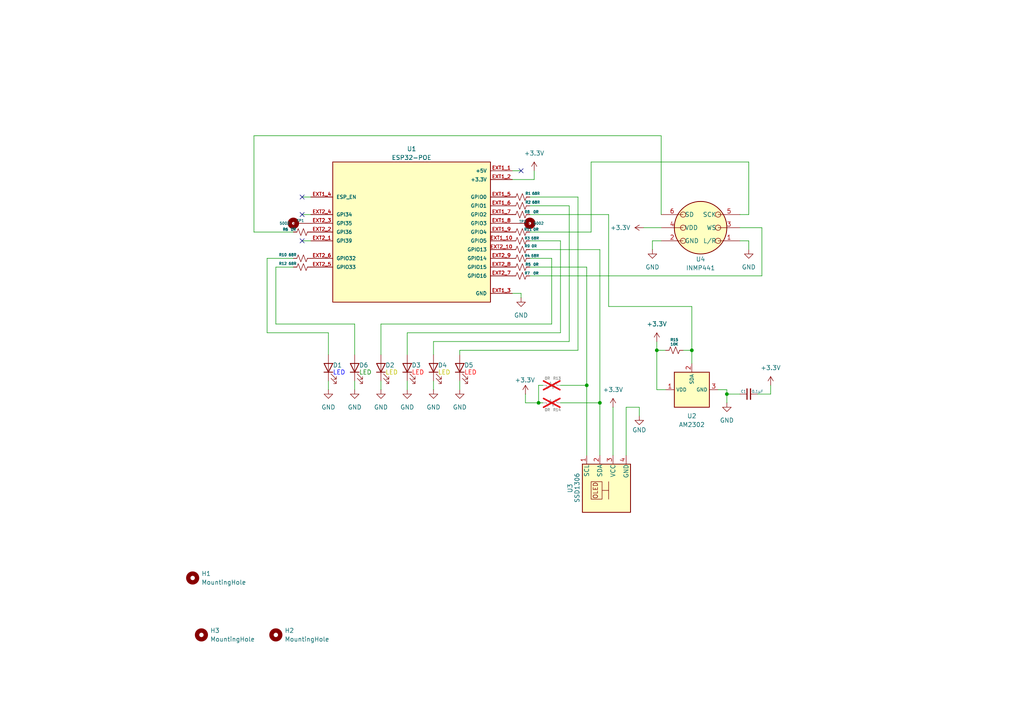
<source format=kicad_sch>
(kicad_sch (version 20250114) (generator "eeschema") (generator_version "9.0")
  (paper "A4")
  (lib_symbols
    (symbol "Custom_Parts:5002" (pin_names (offset 1.016))
      (property "Reference" "TP" (at 1.016 -0.762 0))
      (property "Value" "5002" (at 4.318 -0.508 0))
      (symbol "5002_0_0"
        (circle (center 0 0) (radius 0.381) (stroke (width 1.27)))
      )
      (symbol "5002_1_0"
        (pin passive line (at -5.08 0 0) (length 5.08) (name "~") (number "TP"))
      )
    )
    (symbol "Custom_Parts:ESP32-POE" (pin_names (offset 1.016))
      (property "Reference" "U1" (at 0 25.4 0))
      (property "Value" "ESP32-POE" (at 0 22.86 0))
      (symbol "ESP32-POE_0_0"
        (rectangle (start -22.86 20.32) (end 22.86 -20.32) (stroke (width 0.254)) (fill (type background)))
        (pin input line (at -29.21 10.16 0) (length 6.35) (name "ESP_EN") (number "EXT1_4"))
        (pin input line (at -29.21 2.54 0) (length 6.35) (name "GPI35") (number "EXT2_3"))
        (pin input line (at -29.21 -2.54 0) (length 6.35) (name "GPI39") (number "EXT2_1"))
        (pin bidirectional line (at -29.21 -7.62 0) (length 6.35) (name "GPIO32") (number "EXT2_6"))
        (pin bidirectional line (at -29.21 -10.16 0) (length 6.35) (name "GPIO33") (number "EXT2_5"))
        (pin power_in line (at 29.21 17.78 180) (length 6.35) (name "+5V") (number "EXT1_1"))
        (pin power_in line (at 29.21 15.24 180) (length 6.35) (name "+3.3V") (number "EXT1_2"))
        (pin power_in line (at 29.21 -17.78 180) (length 6.35) (name "GND") (number "EXT1_3"))
      )
      (symbol "ESP32-POE_1_0"
        (pin input line (at -29.21 5.08 0) (length 6.35) (name "GPI34") (number "EXT2_4"))
        (pin input line (at -29.21 0 0) (length 6.35) (name "GPI36") (number "EXT2_2"))
        (pin bidirectional line (at 29.21 10.16 180) (length 6.35) (name "GPIO0") (number "EXT1_5"))
        (pin bidirectional line (at 29.21 7.62 180) (length 6.35) (name "GPIO1") (number "EXT1_6"))
        (pin bidirectional line (at 29.21 5.08 180) (length 6.35) (name "GPIO2") (number "EXT1_7"))
        (pin bidirectional line (at 29.21 2.54 180) (length 6.35) (name "GPIO3") (number "EXT1_8"))
        (pin bidirectional line (at 29.21 0 180) (length 6.35) (name "GPIO4") (number "EXT1_9"))
        (pin bidirectional line (at 29.21 -2.54 180) (length 6.35) (name "GPIO5") (number "EXT1_10"))
        (pin bidirectional line (at 29.21 -5.08 180) (length 6.35) (name "GPIO13") (number "EXT2_10"))
        (pin bidirectional line (at 29.21 -7.62 180) (length 6.35) (name "GPIO14") (number "EXT2_9"))
        (pin bidirectional line (at 29.21 -10.16 180) (length 6.35) (name "GPIO15") (number "EXT2_8"))
        (pin bidirectional line (at 29.21 -12.7 180) (length 6.35) (name "GPIO16") (number "EXT2_7"))
      )
    )
    (symbol "Custom_Parts:INMP441"
      (property "Reference" "U" (at 0 0 0))
      (property "Value" "INMP441" (at 0 0 0))
      (symbol "INMP441_0_1"
        (circle (center -3.81 5.08) (radius 0.762))
        (circle (center -3.81 -5.08) (radius 0.762))
        (circle (center 0 5.08) (radius 0.762))
        (circle (center 0 0) (radius 7.62) (stroke (width 0.254)) (fill (type background)))
        (circle (center 0 -5.08) (radius 0.762))
        (circle (center 3.81 5.08) (radius 0.762))
        (circle (center 3.81 -5.08) (radius 0.762))
      )
      (symbol "INMP441_1_1"
        (pin power_in line (at -3.81 11.43 270) (length 6.35) (name "GND") (number "2"))
        (pin power_in line (at -3.81 -11.43 90) (length 6.35) (name "L/R") (number "1"))
        (pin power_in line (at 0 11.43 270) (length 6.35) (name "VDD") (number "4"))
        (pin input line (at 0 -11.43 90) (length 6.35) (name "WS") (number "3"))
        (pin input line (at 3.81 11.43 270) (length 6.35) (name "SD") (number "6"))
        (pin input line (at 3.81 -11.43 90) (length 6.35) (name "SCK") (number "5"))
      )
    )
    (symbol "Custom_Parts:SSD1306" (pin_names (offset 0.0254))
      (property "Reference" "U" (at -1.27 -7.62 0))
      (property "Value" "SSD1306" (at -0.508 -9.398 0))
      (symbol "SSD1306_0_0"
        (rectangle (start -7.62 7.62) (end 6.35 -6.35) (stroke (width 0.254)) (fill (type background)))
      )
      (symbol "SSD1306_0_1"
        (polyline (pts (xy -1.27 0) (xy 0.635 0) (xy 0.635 2.54) (xy 3.81 2.54) (xy 3.81 -2.54) (xy 0.635 -2.54) (xy 0.635 0)))
        (polyline (pts (xy -1.27 -2.54) (xy -1.27 2.54)))
      )
      (symbol "SSD1306_1_1"
        (text "OLED" (at 2.54 0 900) (effects (font (size 1.27 1.27))))
        (pin power_in line (at -6.35 10.16 270) (length 2.54) (name "GND") (number "4"))
        (pin power_in line (at -2.54 10.16 270) (length 2.54) (name "VCC") (number "3"))
        (pin input line (at 1.27 10.16 270) (length 2.54) (name "SDA") (number "2"))
        (pin input line (at 5.08 10.16 270) (length 2.54) (name "SCL") (number "1"))
      )
    )
    (symbol "Device:C_Small" (pin_numbers (hide yes)) (pin_names (offset 0.254) (hide yes))
      (property "Reference" "C" (at 0.254 1.778 0))
      (property "Value" "C_Small" (at 0.254 -2.032 0))
      (symbol "C_Small_0_1"
        (polyline (pts (xy -1.524 0.508) (xy 1.524 0.508)) (stroke (width 0.3048)))
        (polyline (pts (xy -1.524 -0.508) (xy 1.524 -0.508)) (stroke (width 0.3302)))
      )
      (symbol "C_Small_1_1"
        (pin passive line (at 0 2.54 270) (length 2.032) (name "~") (number "1"))
        (pin passive line (at 0 -2.54 90) (length 2.032) (name "~") (number "2"))
      )
    )
    (symbol "Device:LED" (pin_numbers (hide yes)) (pin_names (offset 1.016) (hide yes))
      (property "Reference" "D" (at 0 2.54 0))
      (property "Value" "LED" (at 0 -2.54 0))
      (symbol "LED_0_1"
        (polyline (pts (xy -3.048 -0.762) (xy -4.572 -2.286) (xy -3.81 -2.286) (xy -4.572 -2.286) (xy -4.572 -1.524)))
        (polyline (pts (xy -1.778 -0.762) (xy -3.302 -2.286) (xy -2.54 -2.286) (xy -3.302 -2.286) (xy -3.302 -1.524)))
        (polyline (pts (xy -1.27 0) (xy 1.27 0)))
        (polyline (pts (xy -1.27 -1.27) (xy -1.27 1.27)) (stroke (width 0.254)))
        (polyline (pts (xy 1.27 -1.27) (xy 1.27 1.27) (xy -1.27 0) (xy 1.27 -1.27)) (stroke (width 0.254)))
      )
      (symbol "LED_1_1"
        (pin passive line (at -3.81 0 0) (length 2.54) (name "C") (number "C"))
        (pin passive line (at 3.81 0 180) (length 2.54) (name "A") (number "A"))
      )
    )
    (symbol "Device:R_Small_US" (pin_numbers (hide yes)) (pin_names (offset 0.254) (hide yes))
      (property "Reference" "R" (at -1.27 1.778 0))
      (property "Value" "R_Small_US" (at 0 1.778 0))
      (symbol "R_Small_US_1_1"
        (polyline (pts (xy 0 0) (xy -0.381 -1.016) (xy -0.762 0) (xy -1.143 1.016) (xy -1.524 0)))
        (polyline (pts (xy 1.524 0) (xy 1.143 -1.016) (xy 0.762 0) (xy 0.381 1.016) (xy 0 0)))
        (pin passive line (at -2.54 0 0) (length 1.016) (name "~") (number "2"))
        (pin passive line (at 2.54 0 180) (length 1.016) (name "~") (number "1"))
      )
    )
    (symbol "Mechanical:MountingHole" (pin_names (offset 1.016)) (in_bom no)
      (property "Reference" "H" (at 0 5.08 0))
      (property "Value" "MountingHole" (at 0 3.175 0))
      (symbol "MountingHole_0_1"
        (circle (center 0 0) (radius 1.27) (stroke (width 1.27)))
      )
    )
    (symbol "Sensor:AM2302"
      (property "Reference" "U" (at -3.81 6.35 0))
      (property "Value" "AM2302" (at 3.81 6.35 0))
      (symbol "AM2302_0_1"
        (rectangle (start -5.08 5.08) (end 5.08 -5.08) (stroke (width 0.254)) (fill (type background)))
      )
      (symbol "AM2302_1_1"
        (pin power_in line (at 0 7.62 270) (length 2.54) (name "VDD") (number "1"))
        (pin power_in line (at 0 -7.62 90) (length 2.54) (name "GND") (number "3"))
        (pin passive line (at 0 -7.62 90) (length 2.54) (hide yes) (name "GND") (number "4"))
        (pin bidirectional line (at 7.62 0 180) (length 2.54) (name "SDA") (number "2"))
      )
    )
    (symbol "power:+3.3V" (power) (pin_numbers (hide yes)) (pin_names (offset 0) (hide yes))
      (property "Value" "+3.3V" (at 0 3.556 0))
      (symbol "+3.3V_0_1"
        (polyline (pts (xy -0.762 1.27) (xy 0 2.54)))
        (polyline (pts (xy 0 2.54) (xy 0.762 1.27)))
        (polyline (pts (xy 0 0) (xy 0 2.54)))
      )
      (symbol "+3.3V_1_1"
        (pin power_in line (at 0 0 90) (length 0) (name "~") (number "1"))
      )
    )
    (symbol "power:GND" (power) (pin_numbers (hide yes)) (pin_names (offset 0) (hide yes))
      (property "Value" "GND" (at 0 -3.81 0))
      (symbol "GND_0_1"
        (polyline (pts (xy 0 0) (xy 0 -1.27) (xy 1.27 -1.27) (xy 0 -2.54) (xy -1.27 -1.27) (xy 0 -1.27)))
      )
      (symbol "GND_1_1"
        (pin power_in line (at 0 0 270) (length 0) (name "~") (number "1"))
      )
    )
  )
  (junction (at 170.18 111.76))
  (junction (at 210.82 114.3))
  (junction (at 200.66 101.6))
  (junction (at 173.99 116.84))
  (junction (at 156.21 116.84))
  (junction (at 190.5 101.6))
  (no_connect (at 87.63 57.15))
  (no_connect (at 87.63 69.85))
  (no_connect (at 151.13 49.53))
  (no_connect (at 87.63 62.23))
  (wire (pts (xy 156.21 116.84) (xy 157.48 116.84)))
  (wire (pts (xy 189.23 69.85) (xy 189.23 72.39)))
  (wire (pts (xy 133.35 110.49) (xy 133.35 113.03)))
  (wire (pts (xy 173.99 72.39) (xy 173.99 116.84)))
  (wire (pts (xy 157.48 111.76) (xy 156.21 111.76)))
  (wire (pts (xy 220.98 66.04) (xy 214.63 66.04)))
  (wire (pts (xy 191.77 66.04) (xy 186.69 66.04)))
  (wire (pts (xy 80.01 77.47) (xy 80.01 93.98)))
  (wire (pts (xy 167.64 57.15) (xy 167.64 101.6)))
  (wire (pts (xy 200.66 88.9) (xy 200.66 101.6)))
  (wire (pts (xy 217.17 69.85) (xy 217.17 72.39)))
  (wire (pts (xy 210.82 113.03) (xy 210.82 114.3)))
  (wire (pts (xy 118.11 110.49) (xy 118.11 113.03)))
  (wire (pts (xy 153.67 62.23) (xy 176.53 62.23)))
  (wire (pts (xy 148.59 52.07) (xy 154.94 52.07)))
  (wire (pts (xy 153.67 69.85) (xy 162.56 69.85)))
  (wire (pts (xy 85.09 77.47) (xy 80.01 77.47)))
  (wire (pts (xy 153.67 67.31) (xy 171.45 67.31)))
  (wire (pts (xy 217.17 46.99) (xy 217.17 62.23)))
  (wire (pts (xy 87.63 62.23) (xy 90.17 62.23)))
  (wire (pts (xy 181.61 118.11) (xy 181.61 132.08)))
  (wire (pts (xy 102.87 110.49) (xy 102.87 113.03)))
  (wire (pts (xy 102.87 93.98) (xy 102.87 102.87)))
  (wire (pts (xy 160.02 74.93) (xy 160.02 93.98)))
  (wire (pts (xy 95.25 110.49) (xy 95.25 113.03)))
  (wire (pts (xy 208.28 113.03) (xy 210.82 113.03)))
  (wire (pts (xy 73.66 67.31) (xy 73.66 39.37)))
  (wire (pts (xy 77.47 74.93) (xy 85.09 74.93)))
  (wire (pts (xy 110.49 110.49) (xy 110.49 113.03)))
  (wire (pts (xy 210.82 114.3) (xy 214.63 114.3)))
  (wire (pts (xy 95.25 96.52) (xy 95.25 102.87)))
  (wire (pts (xy 133.35 101.6) (xy 133.35 102.87)))
  (wire (pts (xy 217.17 62.23) (xy 214.63 62.23)))
  (wire (pts (xy 198.12 101.6) (xy 200.66 101.6)))
  (wire (pts (xy 167.64 101.6) (xy 133.35 101.6)))
  (wire (pts (xy 87.63 69.85) (xy 90.17 69.85)))
  (wire (pts (xy 162.56 69.85) (xy 162.56 96.52)))
  (wire (pts (xy 154.94 49.53) (xy 154.94 52.07)))
  (wire (pts (xy 181.61 118.11) (xy 185.42 118.11)))
  (wire (pts (xy 153.67 74.93) (xy 160.02 74.93)))
  (wire (pts (xy 162.56 116.84) (xy 173.99 116.84)))
  (wire (pts (xy 191.77 39.37) (xy 191.77 62.23)))
  (wire (pts (xy 176.53 62.23) (xy 176.53 88.9)))
  (wire (pts (xy 110.49 93.98) (xy 110.49 102.87)))
  (wire (pts (xy 190.5 101.6) (xy 193.04 101.6)))
  (wire (pts (xy 171.45 46.99) (xy 217.17 46.99)))
  (wire (pts (xy 85.09 67.31) (xy 73.66 67.31)))
  (wire (pts (xy 73.66 39.37) (xy 191.77 39.37)))
  (wire (pts (xy 153.67 80.01) (xy 220.98 80.01)))
  (wire (pts (xy 176.53 88.9) (xy 200.66 88.9)))
  (wire (pts (xy 156.21 116.84) (xy 152.4 116.84)))
  (wire (pts (xy 153.67 72.39) (xy 173.99 72.39)))
  (wire (pts (xy 156.21 111.76) (xy 156.21 116.84)))
  (wire (pts (xy 153.67 57.15) (xy 167.64 57.15)))
  (wire (pts (xy 148.59 85.09) (xy 151.13 85.09)))
  (wire (pts (xy 165.1 99.06) (xy 125.73 99.06)))
  (wire (pts (xy 125.73 99.06) (xy 125.73 102.87)))
  (wire (pts (xy 170.18 77.47) (xy 170.18 111.76)))
  (wire (pts (xy 77.47 74.93) (xy 77.47 96.52)))
  (wire (pts (xy 171.45 67.31) (xy 171.45 46.99)))
  (wire (pts (xy 165.1 59.69) (xy 165.1 99.06)))
  (wire (pts (xy 162.56 96.52) (xy 118.11 96.52)))
  (wire (pts (xy 220.98 80.01) (xy 220.98 66.04)))
  (wire (pts (xy 185.42 120.65) (xy 185.42 118.11)))
  (wire (pts (xy 210.82 114.3) (xy 210.82 116.84)))
  (wire (pts (xy 223.52 114.3) (xy 219.71 114.3)))
  (wire (pts (xy 190.5 101.6) (xy 190.5 113.03)))
  (wire (pts (xy 153.67 59.69) (xy 165.1 59.69)))
  (wire (pts (xy 191.77 69.85) (xy 189.23 69.85)))
  (wire (pts (xy 177.8 118.11) (xy 177.8 132.08)))
  (wire (pts (xy 153.67 77.47) (xy 170.18 77.47)))
  (wire (pts (xy 170.18 111.76) (xy 170.18 132.08)))
  (wire (pts (xy 173.99 116.84) (xy 173.99 132.08)))
  (wire (pts (xy 80.01 93.98) (xy 102.87 93.98)))
  (wire (pts (xy 118.11 96.52) (xy 118.11 102.87)))
  (wire (pts (xy 125.73 110.49) (xy 125.73 113.03)))
  (wire (pts (xy 223.52 114.3) (xy 223.52 111.76)))
  (wire (pts (xy 151.13 85.09) (xy 151.13 86.36)))
  (wire (pts (xy 162.56 111.76) (xy 170.18 111.76)))
  (wire (pts (xy 193.04 113.03) (xy 190.5 113.03)))
  (wire (pts (xy 148.59 49.53) (xy 151.13 49.53)))
  (wire (pts (xy 200.66 101.6) (xy 200.66 105.41)))
  (wire (pts (xy 87.63 57.15) (xy 90.17 57.15)))
  (wire (pts (xy 152.4 116.84) (xy 152.4 114.3)))
  (wire (pts (xy 160.02 93.98) (xy 110.49 93.98)))
  (wire (pts (xy 214.63 69.85) (xy 217.17 69.85)))
  (wire (pts (xy 77.47 96.52) (xy 95.25 96.52)))
  (wire (pts (xy 190.5 99.06) (xy 190.5 101.6)))
  (symbol (lib_id "Device:LED") (at 102.87 106.68 90) (unit 1)
    (property "Reference" "D6" (at 104.14 105.918 90) (effects (justify right)))
    (property "Value" "LED" (at 104.14 107.95 90) (effects (justify right)))
    (property "Footprint" "Custom_Parts:Standard_LED_Throughhole" (effects (hide yes)))
    (property "Description" "Light emitting diode" (effects (hide yes)))
    (property "Sim.Pins" "1=K 2=A" (effects (hide yes)))
  )
  (symbol (lib_id "power:+3.3V") (at 186.69 66.04 90) (mirror x) (unit 1)
    (property "Reference" "#PWR014" (effects (hide yes)))
    (property "Value" "+3.3V" (at 182.88 66.0399 90) (effects (justify left)))
    (property "Description" "Power symbol creates a global label with name \"+3.3V\"" (effects (hide yes)))
  )
  (symbol (lib_id "Device:R_Small_US") (at 151.13 69.85 0) (unit 1)
    (property "Reference" "R3" (at 152.908 69.088 0) (effects (font (size 0.762 0.762))))
    (property "Value" "68R" (at 155.194 69.088 0) (effects (font (size 0.762 0.762))))
    (property "Footprint" "Resistor_SMD:R_0603_1608Metric" (effects (hide yes)))
    (property "Description" "Resistor, small US symbol" (effects (hide yes)))
  )
  (symbol (lib_id "power:+3.3V") (at 223.52 111.76 0) (unit 1)
    (property "Reference" "#PWR016" (effects (hide yes)))
    (property "Value" "+3.3V" (at 223.52 106.68 0))
    (property "Description" "Power symbol creates a global label with name \"+3.3V\"" (effects (hide yes)))
  )
  (symbol (lib_id "Device:R_Small_US") (at 151.13 72.39 180) (unit 1)
    (property "Reference" "R9" (at 152.908 71.374 0) (effects (font (size 0.762 0.762))))
    (property "Value" "0R" (at 154.94 71.374 0) (effects (font (size 0.762 0.762))))
    (property "Footprint" "Resistor_SMD:R_0603_1608Metric" (effects (hide yes)))
    (property "Description" "Resistor, small US symbol" (effects (hide yes)))
  )
  (symbol (lib_id "power:GND") (at 217.17 72.39 0) (unit 1)
    (property "Reference" "#PWR017" (effects (hide yes)))
    (property "Value" "GND" (at 217.17 77.47 0))
    (property "Description" "Power symbol creates a global label with name \"GND\" , ground" (effects (hide yes)))
  )
  (symbol (lib_id "Mechanical:MountingHole") (at 58.42 184.15 0) (unit 1) (in_bom no)
    (property "Reference" "H3" (at 60.96 182.8799 0) (effects (justify left)))
    (property "Value" "MountingHole" (at 60.96 185.4199 0) (effects (justify left)))
    (property "Footprint" "MountingHole:MountingHole_2.2mm_M2" (effects (hide yes)))
    (property "Description" "Mounting Hole without connection" (effects (hide yes)))
  )
  (symbol (lib_id "Device:R_Small_US") (at 160.02 116.84 0) (mirror x) (unit 1) (dnp yes)
    (property "Reference" "R14" (at 161.544 118.872 0) (effects (font (size 0.762 0.762))))
    (property "Value" "0R" (at 158.75 118.872 0) (effects (font (size 0.762 0.762))))
    (property "Footprint" "Resistor_SMD:R_0603_1608Metric" (effects (hide yes)))
    (property "Description" "Resistor, small US symbol" (effects (hide yes)))
  )
  (symbol (lib_id "Device:R_Small_US") (at 151.13 77.47 0) (unit 1)
    (property "Reference" "R5" (at 153.162 76.708 0) (effects (font (size 0.762 0.762))))
    (property "Value" "0R" (at 155.448 76.708 0) (effects (font (size 0.762 0.762))))
    (property "Footprint" "Resistor_SMD:R_0603_1608Metric" (effects (hide yes)))
    (property "Description" "Resistor, small US symbol" (effects (hide yes)))
  )
  (symbol (lib_id "Device:R_Small_US") (at 151.13 80.01 0) (unit 1)
    (property "Reference" "R7" (at 152.908 79.248 0) (effects (font (size 0.762 0.762))))
    (property "Value" "0R" (at 155.448 79.248 0) (effects (font (size 0.762 0.762))))
    (property "Footprint" "Resistor_SMD:R_0603_1608Metric" (effects (hide yes)))
    (property "Description" "Resistor, small US symbol" (effects (hide yes)))
  )
  (symbol (lib_id "Custom_Parts:5002") (at 85.09 64.77 180) (unit 1)
    (property "Reference" "TP1" (at 87.122 64.008 0) (effects (font (size 0.762 0.762) (thickness 0.0953))))
    (property "Value" "5002" (at 82.55 64.77 0) (effects (font (size 0.762 0.762) (thickness 0.0953))))
    (property "Footprint" "Custom_Parts:5002" (effects (hide yes)))
    (property "Description" "TestPoint" (effects (hide yes)))
    (property "PARTREV" "H" (effects (hide yes)))
    (property "STANDARD" "Manufacturer Recommendations" (effects (hide yes)))
    (property "SNAPEDA_PN" "5000" (effects (hide yes)))
    (property "MAXIMUM_PACKAGE_HEIGHT" "4.57 mm" (effects (hide yes)))
    (property "MANUFACTURER" "Keystone" (effects (hide yes)))
  )
  (symbol (lib_id "power:GND") (at 118.11 113.03 0) (unit 1)
    (property "Reference" "#PWR05" (effects (hide yes)))
    (property "Value" "GND" (at 118.11 118.11 0))
    (property "Description" "Power symbol creates a global label with name \"GND\" , ground" (effects (hide yes)))
  )
  (symbol (lib_id "Device:LED") (at 118.11 106.68 90) (unit 1)
    (property "Reference" "D3" (at 119.38 105.918 90) (effects (justify right)))
    (property "Value" "LED" (at 119.38 107.95 90) (effects (justify right)))
    (property "Footprint" "Custom_Parts:Standard_LED_Throughhole" (effects (hide yes)))
    (property "Description" "Light emitting diode" (effects (hide yes)))
    (property "Sim.Pins" "1=K 2=A" (effects (hide yes)))
  )
  (symbol (lib_id "power:GND") (at 133.35 113.03 0) (unit 1)
    (property "Reference" "#PWR07" (effects (hide yes)))
    (property "Value" "GND" (at 133.35 118.11 0))
    (property "Description" "Power symbol creates a global label with name \"GND\" , ground" (effects (hide yes)))
  )
  (symbol (lib_id "power:GND") (at 110.49 113.03 0) (unit 1)
    (property "Reference" "#PWR04" (effects (hide yes)))
    (property "Value" "GND" (at 110.49 118.11 0))
    (property "Description" "Power symbol creates a global label with name \"GND\" , ground" (effects (hide yes)))
  )
  (symbol (lib_id "power:GND") (at 95.25 113.03 0) (unit 1)
    (property "Reference" "#PWR02" (effects (hide yes)))
    (property "Value" "GND" (at 95.25 118.11 0))
    (property "Description" "Power symbol creates a global label with name \"GND\" , ground" (effects (hide yes)))
  )
  (symbol (lib_id "power:+3.3V") (at 152.4 114.3 0) (mirror y) (unit 1)
    (property "Reference" "#PWR013" (effects (hide yes)))
    (property "Value" "+3.3V" (at 155.194 110.236 0) (effects (justify left)))
    (property "Description" "Power symbol creates a global label with name \"+3.3V\"" (effects (hide yes)))
  )
  (symbol (lib_id "Device:LED") (at 110.49 106.68 90) (unit 1)
    (property "Reference" "D2" (at 111.76 105.918 90) (effects (justify right)))
    (property "Value" "LED" (at 111.76 107.95 90) (effects (justify right)))
    (property "Footprint" "Custom_Parts:Standard_LED_Throughhole" (effects (hide yes)))
    (property "Description" "Light emitting diode" (effects (hide yes)))
    (property "Sim.Pins" "1=K 2=A" (effects (hide yes)))
  )
  (symbol (lib_id "Device:C_Small") (at 217.17 114.3 90) (unit 1)
    (property "Reference" "C1" (at 215.646 113.538 90) (effects (font (size 0.762 0.762) (thickness 0.0953))))
    (property "Value" "0.1µF" (at 219.71 113.538 90) (effects (font (size 0.762 0.762) (thickness 0.0953))))
    (property "Footprint" "Capacitor_SMD:C_0603_1608Metric" (effects (hide yes)))
    (property "Description" "Unpolarized capacitor, small symbol" (effects (hide yes)))
  )
  (symbol (lib_id "Device:LED") (at 125.73 106.68 90) (unit 1)
    (property "Reference" "D4" (at 127 105.918 90) (effects (justify right)))
    (property "Value" "LED" (at 127 107.95 90) (effects (justify right)))
    (property "Footprint" "Custom_Parts:Standard_LED_Throughhole" (effects (hide yes)))
    (property "Description" "Light emitting diode" (effects (hide yes)))
    (property "Sim.Pins" "1=K 2=A" (effects (hide yes)))
  )
  (symbol (lib_id "Device:R_Small_US") (at 151.13 62.23 0) (unit 1)
    (property "Reference" "R8" (at 152.908 61.468 0) (effects (font (size 0.762 0.762))))
    (property "Value" "0R" (at 155.448 61.468 0) (effects (font (size 0.762 0.762))))
    (property "Footprint" "Resistor_SMD:R_0603_1608Metric" (effects (hide yes)))
    (property "Description" "Resistor, small US symbol" (effects (hide yes)))
  )
  (symbol (lib_id "Device:R_Small_US") (at 195.58 101.6 0) (unit 1)
    (property "Reference" "R15" (at 195.58 98.552 0) (effects (font (size 0.762 0.762))))
    (property "Value" "10K" (at 195.58 99.822 0) (effects (font (size 0.762 0.762))))
    (property "Footprint" "Resistor_SMD:R_0603_1608Metric" (effects (hide yes)))
    (property "Description" "Resistor, small US symbol" (effects (hide yes)))
  )
  (symbol (lib_id "Device:R_Small_US") (at 160.02 111.76 0) (mirror x) (unit 1) (dnp yes)
    (property "Reference" "R13" (at 161.544 109.728 0) (effects (font (size 0.762 0.762))))
    (property "Value" "0R" (at 158.75 109.728 0) (effects (font (size 0.762 0.762))))
    (property "Footprint" "Resistor_SMD:R_0603_1608Metric" (effects (hide yes)))
    (property "Description" "Resistor, small US symbol" (effects (hide yes)))
  )
  (symbol (lib_id "Device:R_Small_US") (at 151.13 57.15 0) (unit 1)
    (property "Reference" "R1" (at 153.162 56.134 0) (effects (font (size 0.762 0.762))))
    (property "Value" "68R" (at 155.448 56.134 0) (effects (font (size 0.762 0.762))))
    (property "Footprint" "Resistor_SMD:R_0603_1608Metric" (effects (hide yes)))
    (property "Description" "Resistor, small US symbol" (effects (hide yes)))
  )
  (symbol (lib_id "Device:R_Small_US") (at 87.63 67.31 0) (unit 1)
    (property "Reference" "R6" (at 82.804 66.548 0) (effects (font (size 0.762 0.762))))
    (property "Value" "0R" (at 85.09 66.548 0) (effects (font (size 0.762 0.762))))
    (property "Footprint" "Resistor_SMD:R_0603_1608Metric" (effects (hide yes)))
    (property "Description" "Resistor, small US symbol" (effects (hide yes)))
  )
  (symbol (lib_id "Custom_Parts:ESP32-POE") (at 119.38 67.31 0) (unit 1)
    (property "Reference" "U1" (at 119.38 43.18 0))
    (property "Value" "ESP32-POE" (at 119.38 45.72 0))
    (property "Footprint" "Custom_Parts:ESP32-POE" (effects (hide yes)))
    (property "Description" "ESP32-POE module" (effects (hide yes)))
    (property "MF" "Olimex LTD" (effects (hide yes)))
    (property "MAXIMUM_PACKAGE_HEIGHT" "N/A" (effects (hide yes)))
    (property "Package" "Package" (effects (hide yes)))
    (property "Price" "None" (effects (hide yes)))
    (property "Check_prices" "https://www.snapeda.com/parts/ESP32-POE/Olimex/view-part/?ref=eda" (effects (hide yes)))
    (property "STANDARD" "Manufacturer Recommendations" (effects (hide yes)))
    (property "PARTREV" "L1" (effects (hide yes)))
    (property "SnapEDA_Link" "https://www.snapeda.com/parts/ESP32-POE/Olimex/view-part/?ref=snap" (effects (hide yes)))
    (property "MP" "ESP32-POE" (effects (hide yes)))
    (property "Description_1" "ESP32-WROOM32 ESP32 Transceiver; 802.11 b/g/n (Wi-Fi, WiFi, WLAN), Bluetooth® Smart 4.x Low Energy (BLE) 2.4GHz Evaluation Board" (effects (hide yes)))
    (property "Availability" "In Stock" (effects (hide yes)))
    (property "MANUFACTURER" "Olimex LTD" (effects (hide yes)))
  )
  (symbol (lib_id "Mechanical:MountingHole") (at 80.01 184.15 0) (unit 1) (in_bom no)
    (property "Reference" "H2" (at 82.55 182.8799 0) (effects (justify left)))
    (property "Value" "MountingHole" (at 82.55 185.4199 0) (effects (justify left)))
    (property "Footprint" "MountingHole:MountingHole_2.2mm_M2" (effects (hide yes)))
    (property "Description" "Mounting Hole without connection" (effects (hide yes)))
  )
  (symbol (lib_id "Device:R_Small_US") (at 151.13 74.93 0) (unit 1)
    (property "Reference" "R4" (at 152.908 74.168 0) (effects (font (size 0.762 0.762))))
    (property "Value" "68R" (at 155.194 74.168 0) (effects (font (size 0.762 0.762))))
    (property "Footprint" "Resistor_SMD:R_0603_1608Metric" (effects (hide yes)))
    (property "Description" "Resistor, small US symbol" (effects (hide yes)))
  )
  (symbol (lib_id "Sensor:AM2302") (at 200.66 113.03 90) (unit 1)
    (property "Reference" "U2" (at 200.66 120.65 90))
    (property "Value" "AM2302" (at 200.66 123.19 90))
    (property "Footprint" "Sensor:ASAIR_AM2302_P2.54mm_Lead2.75mm_TabDown" (effects (hide yes)))
    (property "Datasheet" "http://akizukidenshi.com/download/ds/aosong/AM2302.pdf" (effects (hide yes)))
    (property "Description" "3.3 to 5.0V, Temperature and humidity module,  DHT22, AM2302" (effects (hide yes)))
  )
  (symbol (lib_id "power:+3.3V") (at 154.94 49.53 0) (unit 1)
    (property "Reference" "#PWR010" (effects (hide yes)))
    (property "Value" "+3.3V" (at 154.94 44.45 0))
    (property "Description" "Power symbol creates a global label with name \"+3.3V\"" (effects (hide yes)))
  )
  (symbol (lib_id "power:GND") (at 185.42 120.65 0) (mirror y) (unit 1)
    (property "Reference" "#PWR012" (effects (hide yes)))
    (property "Value" "GND" (at 185.42 124.714 0))
    (property "Description" "Power symbol creates a global label with name \"GND\" , ground" (effects (hide yes)))
  )
  (symbol (lib_id "Mechanical:MountingHole") (at 55.88 167.64 0) (unit 1) (in_bom no)
    (property "Reference" "H1" (at 58.42 166.3699 0) (effects (justify left)))
    (property "Value" "MountingHole" (at 58.42 168.9099 0) (effects (justify left)))
    (property "Footprint" "MountingHole:MountingHole_2.2mm_M2" (effects (hide yes)))
    (property "Description" "Mounting Hole without connection" (effects (hide yes)))
  )
  (symbol (lib_id "Device:R_Small_US") (at 151.13 59.69 0) (unit 1)
    (property "Reference" "R2" (at 153.162 58.674 0) (effects (font (size 0.762 0.762))))
    (property "Value" "68R" (at 155.448 58.674 0) (effects (font (size 0.762 0.762))))
    (property "Footprint" "Resistor_SMD:R_0603_1608Metric" (effects (hide yes)))
    (property "Description" "Resistor, small US symbol" (effects (hide yes)))
  )
  (symbol (lib_id "power:GND") (at 151.13 86.36 0) (unit 1)
    (property "Reference" "#PWR011" (effects (hide yes)))
    (property "Value" "GND" (at 151.13 91.44 0))
    (property "Description" "Power symbol creates a global label with name \"GND\" , ground" (effects (hide yes)))
  )
  (symbol (lib_id "Custom_Parts:5002") (at 153.67 64.77 0) (unit 1)
    (property "Reference" "TP2" (at 151.638 64.262 0) (effects (font (size 0.762 0.762) (thickness 0.0953))))
    (property "Value" "5002" (at 156.21 64.77 0) (effects (font (size 0.762 0.762) (thickness 0.0953))))
    (property "Footprint" "Custom_Parts:5002" (effects (hide yes)))
    (property "Description" "TestPoint" (effects (hide yes)))
    (property "PARTREV" "H" (effects (hide yes)))
    (property "STANDARD" "Manufacturer Recommendations" (effects (hide yes)))
    (property "SNAPEDA_PN" "5000" (effects (hide yes)))
    (property "MAXIMUM_PACKAGE_HEIGHT" "4.57 mm" (effects (hide yes)))
    (property "MANUFACTURER" "Keystone" (effects (hide yes)))
  )
  (symbol (lib_id "power:+3.3V") (at 190.5 99.06 0) (unit 1)
    (property "Reference" "#PWR01" (effects (hide yes)))
    (property "Value" "+3.3V" (at 190.5 93.98 0))
    (property "Description" "Power symbol creates a global label with name \"+3.3V\"" (effects (hide yes)))
  )
  (symbol (lib_id "Device:LED") (at 133.35 106.68 90) (unit 1)
    (property "Reference" "D5" (at 134.62 105.918 90) (effects (justify right)))
    (property "Value" "LED" (at 134.62 107.95 90) (effects (justify right)))
    (property "Footprint" "Custom_Parts:Standard_LED_Throughhole" (effects (hide yes)))
    (property "Description" "Light emitting diode" (effects (hide yes)))
    (property "Sim.Pins" "1=K 2=A" (effects (hide yes)))
  )
  (symbol (lib_id "Device:LED") (at 95.25 106.68 90) (unit 1)
    (property "Reference" "D1" (at 96.52 105.918 90) (effects (justify right)))
    (property "Value" "LED" (at 96.52 107.95 90) (effects (justify right)))
    (property "Footprint" "Custom_Parts:Standard_LED_Throughhole" (effects (hide yes)))
    (property "Description" "Light emitting diode" (effects (hide yes)))
    (property "Sim.Pins" "1=K 2=A" (effects (hide yes)))
  )
  (symbol (lib_id "power:GND") (at 210.82 116.84 0) (unit 1)
    (property "Reference" "#PWR03" (effects (hide yes)))
    (property "Value" "GND" (at 210.82 121.92 0))
    (property "Description" "Power symbol creates a global label with name \"GND\" , ground" (effects (hide yes)))
  )
  (symbol (lib_id "power:GND") (at 125.73 113.03 0) (unit 1)
    (property "Reference" "#PWR06" (effects (hide yes)))
    (property "Value" "GND" (at 125.73 118.11 0))
    (property "Description" "Power symbol creates a global label with name \"GND\" , ground" (effects (hide yes)))
  )
  (symbol (lib_id "Custom_Parts:INMP441") (at 203.2 66.04 90) (unit 1)
    (property "Reference" "U4" (at 203.2 75.184 90))
    (property "Value" "INMP441" (at 203.2 77.724 90))
    (property "Footprint" "Custom_Parts:INMP441" (effects (hide yes)))
    (property "Description" "Omnidirectional Microphone I2S" (effects (hide yes)))
  )
  (symbol (lib_id "power:GND") (at 102.87 113.03 0) (unit 1)
    (property "Reference" "#PWR08" (effects (hide yes)))
    (property "Value" "GND" (at 102.87 118.11 0))
    (property "Description" "Power symbol creates a global label with name \"GND\" , ground" (effects (hide yes)))
  )
  (symbol (lib_id "Device:R_Small_US") (at 87.63 77.47 0) (unit 1)
    (property "Reference" "R12" (at 82.042 76.454 0) (effects (font (size 0.762 0.762))))
    (property "Value" "68R" (at 84.836 76.454 0) (effects (font (size 0.762 0.762))))
    (property "Footprint" "Resistor_SMD:R_0603_1608Metric" (effects (hide yes)))
    (property "Description" "Resistor, small US symbol" (effects (hide yes)))
  )
  (symbol (lib_id "power:GND") (at 189.23 72.39 0) (mirror y) (unit 1)
    (property "Reference" "#PWR015" (effects (hide yes)))
    (property "Value" "GND" (at 189.23 77.47 0))
    (property "Description" "Power symbol creates a global label with name \"GND\" , ground" (effects (hide yes)))
  )
  (symbol (lib_id "Device:R_Small_US") (at 87.63 74.93 0) (unit 1)
    (property "Reference" "R10" (at 82.042 73.914 0) (effects (font (size 0.762 0.762))))
    (property "Value" "68R" (at 84.836 73.914 0) (effects (font (size 0.762 0.762))))
    (property "Footprint" "Resistor_SMD:R_0603_1608Metric" (effects (hide yes)))
    (property "Description" "Resistor, small US symbol" (effects (hide yes)))
  )
  (symbol (lib_id "Device:R_Small_US") (at 151.13 67.31 0) (unit 1)
    (property "Reference" "R11" (at 153.162 66.548 0) (effects (font (size 0.762 0.762))))
    (property "Value" "0R" (at 155.448 66.548 0) (effects (font (size 0.762 0.762))))
    (property "Footprint" "Resistor_SMD:R_0603_1608Metric" (effects (hide yes)))
    (property "Description" "Resistor, small US symbol" (effects (hide yes)))
  )
  (symbol (lib_id "Custom_Parts:SSD1306") (at 175.26 142.24 0) (mirror y) (unit 1)
    (property "Reference" "U3" (at 165.354 143.002 90) (effects (justify left)))
    (property "Value" "SSD1306" (at 167.386 141.478 90))
    (property "Footprint" "Custom_Parts:SSD1306" (effects (hide yes)))
    (property "Description" "0.96 in OLED I2C IIC Display" (effects (hide yes)))
  )
  (symbol (lib_id "power:+3.3V") (at 177.8 118.11 0) (mirror y) (unit 1)
    (property "Reference" "#PWR09" (effects (hide yes)))
    (property "Value" "+3.3V" (at 177.8 113.03 0))
    (property "Description" "Power symbol creates a global label with name \"+3.3V\"" (effects (hide yes)))
  )
)
</source>
